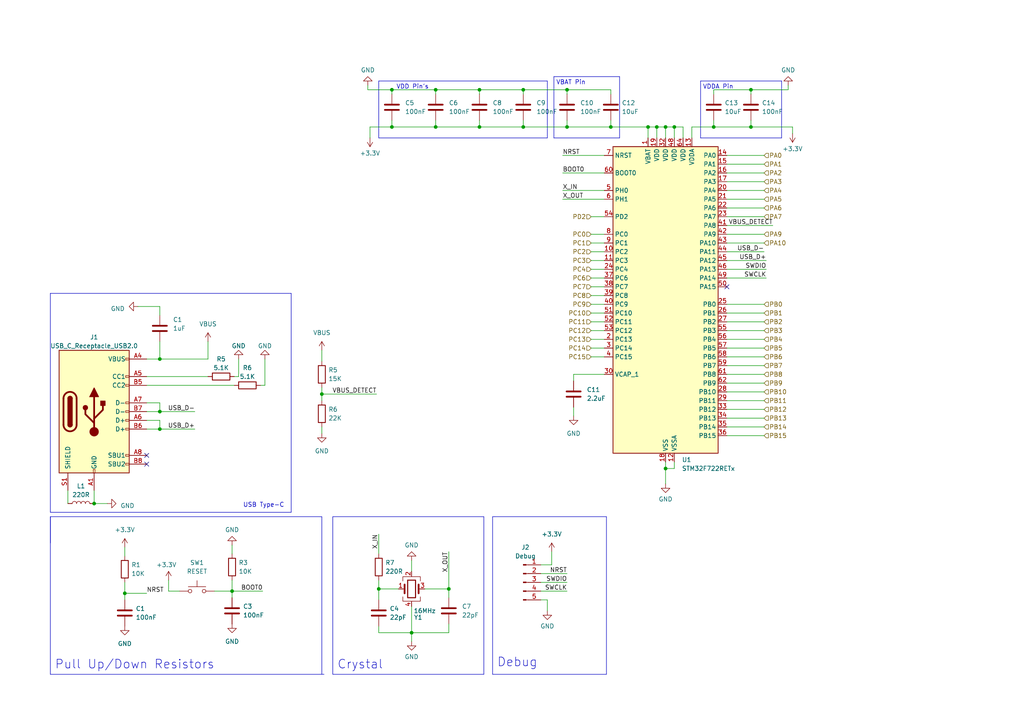
<source format=kicad_sch>
(kicad_sch (version 20231120) (generator "eeschema") (generator_version "8.0")
  (paper "A4")
  (lib_symbols
    (symbol "Connector:Conn_01x05_Pin" (pin_names (offset 1.016) hide)
      (property "Reference" "J" (at 0 7.62 0))
      (property "Value" "Conn_01x05_Pin" (at 0 -7.62 0))
      (symbol "Conn_01x05_Pin_1_1"
        (polyline (pts (xy 1.27 -5.08) (xy 0.8636 -5.08)) (stroke (width 0.1524)))
        (polyline (pts (xy 1.27 -2.54) (xy 0.8636 -2.54)) (stroke (width 0.1524)))
        (polyline (pts (xy 1.27 0) (xy 0.8636 0)) (stroke (width 0.1524)))
        (polyline (pts (xy 1.27 2.54) (xy 0.8636 2.54)) (stroke (width 0.1524)))
        (polyline (pts (xy 1.27 5.08) (xy 0.8636 5.08)) (stroke (width 0.1524)))
        (rectangle (start 0.8636 -4.953) (end 0 -5.207) (stroke (width 0.1524)) (fill (type outline)))
        (rectangle (start 0.8636 -2.413) (end 0 -2.667) (stroke (width 0.1524)) (fill (type outline)))
        (rectangle (start 0.8636 0.127) (end 0 -0.127) (stroke (width 0.1524)) (fill (type outline)))
        (rectangle (start 0.8636 2.667) (end 0 2.413) (stroke (width 0.1524)) (fill (type outline)))
        (rectangle (start 0.8636 5.207) (end 0 4.953) (stroke (width 0.1524)) (fill (type outline)))
        (pin passive line (at 5.08 5.08 180) (length 3.81) (name "Pin_1") (number "1"))
        (pin passive line (at 5.08 2.54 180) (length 3.81) (name "Pin_2") (number "2"))
        (pin passive line (at 5.08 0 180) (length 3.81) (name "Pin_3") (number "3"))
        (pin passive line (at 5.08 -2.54 180) (length 3.81) (name "Pin_4") (number "4"))
        (pin passive line (at 5.08 -5.08 180) (length 3.81) (name "Pin_5") (number "5"))
      )
    )
    (symbol "Connector:USB_C_Receptacle_USB2.0" (pin_names (offset 1.016))
      (property "Reference" "J" (at -10.16 19.05 0))
      (property "Value" "USB_C_Receptacle_USB2.0" (at 19.05 19.05 0))
      (symbol "USB_C_Receptacle_USB2.0_0_0"
        (rectangle (start -0.254 -17.78) (end 0.254 -16.764))
        (rectangle (start 10.16 -14.986) (end 9.144 -15.494))
        (rectangle (start 10.16 -12.446) (end 9.144 -12.954))
        (rectangle (start 10.16 -4.826) (end 9.144 -5.334))
        (rectangle (start 10.16 -2.286) (end 9.144 -2.794))
        (rectangle (start 10.16 0.254) (end 9.144 -0.254))
        (rectangle (start 10.16 2.794) (end 9.144 2.286))
        (rectangle (start 10.16 7.874) (end 9.144 7.366))
        (rectangle (start 10.16 10.414) (end 9.144 9.906))
        (rectangle (start 10.16 15.494) (end 9.144 14.986))
      )
      (symbol "USB_C_Receptacle_USB2.0_0_1"
        (rectangle (start -10.16 17.78) (end 10.16 -17.78) (stroke (width 0.254)) (fill (type background)))
        (arc (start -8.89 -3.81) (mid -6.985 -5.7067) (end -5.08 -3.81) (stroke (width 0.508)))
        (arc (start -7.62 -3.81) (mid -6.985 -4.4423) (end -6.35 -3.81) (stroke (width 0.254)))
        (arc (start -7.62 -3.81) (mid -6.985 -4.4423) (end -6.35 -3.81) (stroke (width 0.254)) (fill (type outline)))
        (rectangle (start -7.62 -3.81) (end -6.35 3.81) (stroke (width 0.254)) (fill (type outline)))
        (arc (start -6.35 3.81) (mid -6.985 4.4423) (end -7.62 3.81) (stroke (width 0.254)))
        (arc (start -6.35 3.81) (mid -6.985 4.4423) (end -7.62 3.81) (stroke (width 0.254)) (fill (type outline)))
        (arc (start -5.08 3.81) (mid -6.985 5.7067) (end -8.89 3.81) (stroke (width 0.508)))
        (circle (center -2.54 1.143) (radius 0.635) (stroke (width 0.254)) (fill (type outline)))
        (circle (center 0 -5.842) (radius 1.27) (fill (type outline)))
        (polyline (pts (xy -8.89 -3.81) (xy -8.89 3.81)) (stroke (width 0.508)))
        (polyline (pts (xy -5.08 3.81) (xy -5.08 -3.81)) (stroke (width 0.508)))
        (polyline (pts (xy 0 -5.842) (xy 0 4.318)) (stroke (width 0.508)))
        (polyline (pts (xy 0 -3.302) (xy -2.54 -0.762) (xy -2.54 0.508)) (stroke (width 0.508)))
        (polyline (pts (xy 0 -2.032) (xy 2.54 0.508) (xy 2.54 1.778)) (stroke (width 0.508)))
        (polyline (pts (xy -1.27 4.318) (xy 0 6.858) (xy 1.27 4.318) (xy -1.27 4.318)) (stroke (width 0.254)) (fill (type outline)))
        (rectangle (start 1.905 1.778) (end 3.175 3.048) (stroke (width 0.254)) (fill (type outline)))
      )
      (symbol "USB_C_Receptacle_USB2.0_1_1"
        (pin passive line (at 0 -22.86 90) (length 5.08) (name "GND") (number "A1"))
        (pin passive line (at 0 -22.86 90) (length 5.08) hide (name "GND") (number "A12"))
        (pin passive line (at 15.24 15.24 180) (length 5.08) (name "VBUS") (number "A4"))
        (pin bidirectional line (at 15.24 10.16 180) (length 5.08) (name "CC1") (number "A5"))
        (pin bidirectional line (at 15.24 -2.54 180) (length 5.08) (name "D+") (number "A6"))
        (pin bidirectional line (at 15.24 2.54 180) (length 5.08) (name "D-") (number "A7"))
        (pin bidirectional line (at 15.24 -12.7 180) (length 5.08) (name "SBU1") (number "A8"))
        (pin passive line (at 15.24 15.24 180) (length 5.08) hide (name "VBUS") (number "A9"))
        (pin passive line (at 0 -22.86 90) (length 5.08) hide (name "GND") (number "B1"))
        (pin passive line (at 0 -22.86 90) (length 5.08) hide (name "GND") (number "B12"))
        (pin passive line (at 15.24 15.24 180) (length 5.08) hide (name "VBUS") (number "B4"))
        (pin bidirectional line (at 15.24 7.62 180) (length 5.08) (name "CC2") (number "B5"))
        (pin bidirectional line (at 15.24 -5.08 180) (length 5.08) (name "D+") (number "B6"))
        (pin bidirectional line (at 15.24 0 180) (length 5.08) (name "D-") (number "B7"))
        (pin bidirectional line (at 15.24 -15.24 180) (length 5.08) (name "SBU2") (number "B8"))
        (pin passive line (at 15.24 15.24 180) (length 5.08) hide (name "VBUS") (number "B9"))
        (pin passive line (at -7.62 -22.86 90) (length 5.08) (name "SHIELD") (number "S1"))
      )
    )
    (symbol "Device:C" (pin_numbers hide) (pin_names (offset 0.254))
      (property "Reference" "C" (at 0.635 2.54 0))
      (property "Value" "C" (at 0.635 -2.54 0))
      (symbol "C_0_1"
        (polyline (pts (xy -2.032 -0.762) (xy 2.032 -0.762)) (stroke (width 0.508)))
        (polyline (pts (xy -2.032 0.762) (xy 2.032 0.762)) (stroke (width 0.508)))
      )
      (symbol "C_1_1"
        (pin passive line (at 0 3.81 270) (length 2.794) (name "~") (number "1"))
        (pin passive line (at 0 -3.81 90) (length 2.794) (name "~") (number "2"))
      )
    )
    (symbol "Device:Crystal_GND24" (pin_names (offset 1.016) hide)
      (property "Reference" "Y" (at 3.175 5.08 0))
      (property "Value" "Crystal_GND24" (at 3.175 3.175 0))
      (symbol "Crystal_GND24_0_1"
        (rectangle (start -1.143 2.54) (end 1.143 -2.54) (stroke (width 0.3048)))
        (polyline (pts (xy -2.54 0) (xy -2.032 0)))
        (polyline (pts (xy -2.032 -1.27) (xy -2.032 1.27)) (stroke (width 0.508)))
        (polyline (pts (xy 0 -3.81) (xy 0 -3.556)))
        (polyline (pts (xy 0 3.556) (xy 0 3.81)))
        (polyline (pts (xy 2.032 -1.27) (xy 2.032 1.27)) (stroke (width 0.508)))
        (polyline (pts (xy 2.032 0) (xy 2.54 0)))
        (polyline (pts (xy -2.54 -2.286) (xy -2.54 -3.556) (xy 2.54 -3.556) (xy 2.54 -2.286)))
        (polyline (pts (xy -2.54 2.286) (xy -2.54 3.556) (xy 2.54 3.556) (xy 2.54 2.286)))
      )
      (symbol "Crystal_GND24_1_1"
        (pin passive line (at -3.81 0 0) (length 1.27) (name "1") (number "1"))
        (pin passive line (at 0 5.08 270) (length 1.27) (name "2") (number "2"))
        (pin passive line (at 3.81 0 180) (length 1.27) (name "3") (number "3"))
        (pin passive line (at 0 -5.08 90) (length 1.27) (name "4") (number "4"))
      )
    )
    (symbol "Device:L" (pin_numbers hide) (pin_names (offset 1.016) hide)
      (property "Reference" "L" (at -1.27 0 90))
      (property "Value" "L" (at 1.905 0 90))
      (symbol "L_0_1"
        (arc (start 0 -2.54) (mid 0.6323 -1.905) (end 0 -1.27))
        (arc (start 0 -1.27) (mid 0.6323 -0.635) (end 0 0))
        (arc (start 0 0) (mid 0.6323 0.635) (end 0 1.27))
        (arc (start 0 1.27) (mid 0.6323 1.905) (end 0 2.54))
      )
      (symbol "L_1_1"
        (pin passive line (at 0 3.81 270) (length 1.27) (name "1") (number "1"))
        (pin passive line (at 0 -3.81 90) (length 1.27) (name "2") (number "2"))
      )
    )
    (symbol "Device:R" (pin_numbers hide) (pin_names (offset 0))
      (property "Reference" "R" (at 2.032 0 90))
      (property "Value" "R" (at 0 0 90))
      (symbol "R_0_1"
        (rectangle (start -1.016 -2.54) (end 1.016 2.54) (stroke (width 0.254)))
      )
      (symbol "R_1_1"
        (pin passive line (at 0 3.81 270) (length 1.27) (name "~") (number "1"))
        (pin passive line (at 0 -3.81 90) (length 1.27) (name "~") (number "2"))
      )
    )
    (symbol "MCU_ST_STM32F7:STM32F722RETx"
      (property "Reference" "U" (at -15.24 46.99 0))
      (property "Value" "STM32F722RETx" (at 10.16 46.99 0))
      (symbol "STM32F722RETx_0_1"
        (rectangle (start -15.24 -43.18) (end 15.24 45.72) (stroke (width 0.254)) (fill (type background)))
      )
      (symbol "STM32F722RETx_1_1"
        (pin power_in line (at -5.08 48.26 270) (length 2.54) (name "VBAT") (number "1"))
        (pin bidirectional line (at -17.78 15.24 0) (length 2.54) (name "PC2") (number "10"))
        (pin bidirectional line (at -17.78 12.7 0) (length 2.54) (name "PC3") (number "11"))
        (pin power_in line (at 2.54 -45.72 90) (length 2.54) (name "VSSA") (number "12"))
        (pin power_in line (at 7.62 48.26 270) (length 2.54) (name "VDDA") (number "13"))
        (pin bidirectional line (at 17.78 43.18 180) (length 2.54) (name "PA0") (number "14"))
        (pin bidirectional line (at 17.78 40.64 180) (length 2.54) (name "PA1") (number "15"))
        (pin bidirectional line (at 17.78 38.1 180) (length 2.54) (name "PA2") (number "16"))
        (pin bidirectional line (at 17.78 35.56 180) (length 2.54) (name "PA3") (number "17"))
        (pin power_in line (at 0 -45.72 90) (length 2.54) (name "VSS") (number "18"))
        (pin power_in line (at -2.54 48.26 270) (length 2.54) (name "VDD") (number "19"))
        (pin bidirectional line (at -17.78 -10.16 0) (length 2.54) (name "PC13") (number "2"))
        (pin bidirectional line (at 17.78 33.02 180) (length 2.54) (name "PA4") (number "20"))
        (pin bidirectional line (at 17.78 30.48 180) (length 2.54) (name "PA5") (number "21"))
        (pin bidirectional line (at 17.78 27.94 180) (length 2.54) (name "PA6") (number "22"))
        (pin bidirectional line (at 17.78 25.4 180) (length 2.54) (name "PA7") (number "23"))
        (pin bidirectional line (at -17.78 10.16 0) (length 2.54) (name "PC4") (number "24"))
        (pin bidirectional line (at 17.78 0 180) (length 2.54) (name "PB0") (number "25"))
        (pin bidirectional line (at 17.78 -2.54 180) (length 2.54) (name "PB1") (number "26"))
        (pin bidirectional line (at 17.78 -5.08 180) (length 2.54) (name "PB2") (number "27"))
        (pin bidirectional line (at 17.78 -25.4 180) (length 2.54) (name "PB10") (number "28"))
        (pin bidirectional line (at 17.78 -27.94 180) (length 2.54) (name "PB11") (number "29"))
        (pin bidirectional line (at -17.78 -12.7 0) (length 2.54) (name "PC14") (number "3"))
        (pin power_out line (at -17.78 -20.32 0) (length 2.54) (name "VCAP_1") (number "30"))
        (pin passive line (at 0 -45.72 90) (length 2.54) hide (name "VSS") (number "31"))
        (pin power_in line (at 0 48.26 270) (length 2.54) (name "VDD") (number "32"))
        (pin bidirectional line (at 17.78 -30.48 180) (length 2.54) (name "PB12") (number "33"))
        (pin bidirectional line (at 17.78 -33.02 180) (length 2.54) (name "PB13") (number "34"))
        (pin bidirectional line (at 17.78 -35.56 180) (length 2.54) (name "PB14") (number "35"))
        (pin bidirectional line (at 17.78 -38.1 180) (length 2.54) (name "PB15") (number "36"))
        (pin bidirectional line (at -17.78 7.62 0) (length 2.54) (name "PC6") (number "37"))
        (pin bidirectional line (at -17.78 5.08 0) (length 2.54) (name "PC7") (number "38"))
        (pin bidirectional line (at -17.78 2.54 0) (length 2.54) (name "PC8") (number "39"))
        (pin bidirectional line (at -17.78 -15.24 0) (length 2.54) (name "PC15") (number "4"))
        (pin bidirectional line (at -17.78 0 0) (length 2.54) (name "PC9") (number "40"))
        (pin bidirectional line (at 17.78 22.86 180) (length 2.54) (name "PA8") (number "41"))
        (pin bidirectional line (at 17.78 20.32 180) (length 2.54) (name "PA9") (number "42"))
        (pin bidirectional line (at 17.78 17.78 180) (length 2.54) (name "PA10") (number "43"))
        (pin bidirectional line (at 17.78 15.24 180) (length 2.54) (name "PA11") (number "44"))
        (pin bidirectional line (at 17.78 12.7 180) (length 2.54) (name "PA12") (number "45"))
        (pin bidirectional line (at 17.78 10.16 180) (length 2.54) (name "PA13") (number "46"))
        (pin passive line (at 0 -45.72 90) (length 2.54) hide (name "VSS") (number "47"))
        (pin power_in line (at 2.54 48.26 270) (length 2.54) (name "VDD") (number "48"))
        (pin bidirectional line (at 17.78 7.62 180) (length 2.54) (name "PA14") (number "49"))
        (pin bidirectional line (at -17.78 33.02 0) (length 2.54) (name "PH0") (number "5"))
        (pin bidirectional line (at 17.78 5.08 180) (length 2.54) (name "PA15") (number "50"))
        (pin bidirectional line (at -17.78 -2.54 0) (length 2.54) (name "PC10") (number "51"))
        (pin bidirectional line (at -17.78 -5.08 0) (length 2.54) (name "PC11") (number "52"))
        (pin bidirectional line (at -17.78 -7.62 0) (length 2.54) (name "PC12") (number "53"))
        (pin bidirectional line (at -17.78 25.4 0) (length 2.54) (name "PD2") (number "54"))
        (pin bidirectional line (at 17.78 -7.62 180) (length 2.54) (name "PB3") (number "55"))
        (pin bidirectional line (at 17.78 -10.16 180) (length 2.54) (name "PB4") (number "56"))
        (pin bidirectional line (at 17.78 -12.7 180) (length 2.54) (name "PB5") (number "57"))
        (pin bidirectional line (at 17.78 -15.24 180) (length 2.54) (name "PB6") (number "58"))
        (pin bidirectional line (at 17.78 -17.78 180) (length 2.54) (name "PB7") (number "59"))
        (pin bidirectional line (at -17.78 30.48 0) (length 2.54) (name "PH1") (number "6"))
        (pin input line (at -17.78 38.1 0) (length 2.54) (name "BOOT0") (number "60"))
        (pin bidirectional line (at 17.78 -20.32 180) (length 2.54) (name "PB8") (number "61"))
        (pin bidirectional line (at 17.78 -22.86 180) (length 2.54) (name "PB9") (number "62"))
        (pin passive line (at 0 -45.72 90) (length 2.54) hide (name "VSS") (number "63"))
        (pin power_in line (at 5.08 48.26 270) (length 2.54) (name "VDD") (number "64"))
        (pin input line (at -17.78 43.18 0) (length 2.54) (name "NRST") (number "7"))
        (pin bidirectional line (at -17.78 20.32 0) (length 2.54) (name "PC0") (number "8"))
        (pin bidirectional line (at -17.78 17.78 0) (length 2.54) (name "PC1") (number "9"))
      )
    )
    (symbol "Switch:SW_Push" (pin_numbers hide) (pin_names (offset 1.016) hide)
      (property "Reference" "SW" (at 1.27 2.54 0))
      (property "Value" "SW_Push" (at 0 -1.524 0))
      (symbol "SW_Push_0_1"
        (circle (center -2.032 0) (radius 0.508))
        (polyline (pts (xy 0 1.27) (xy 0 3.048)))
        (polyline (pts (xy 2.54 1.27) (xy -2.54 1.27)))
        (circle (center 2.032 0) (radius 0.508))
        (pin passive line (at -5.08 0 0) (length 2.54) (name "1") (number "1"))
        (pin passive line (at 5.08 0 180) (length 2.54) (name "2") (number "2"))
      )
    )
    (symbol "power:+3.3V" (power) (pin_names (offset 0))
      (property "Value" "+3.3V" (at 0 3.556 0))
      (symbol "+3.3V_0_1"
        (polyline (pts (xy -0.762 1.27) (xy 0 2.54)))
        (polyline (pts (xy 0 0) (xy 0 2.54)))
        (polyline (pts (xy 0 2.54) (xy 0.762 1.27)))
      )
      (symbol "+3.3V_1_1"
        (pin power_in line (at 0 0 90) (length 0) hide (name "+3.3V") (number "1"))
      )
    )
    (symbol "power:GND" (power) (pin_names (offset 0))
      (property "Value" "GND" (at 0 -3.81 0))
      (symbol "GND_0_1"
        (polyline (pts (xy 0 0) (xy 0 -1.27) (xy 1.27 -1.27) (xy 0 -2.54) (xy -1.27 -1.27) (xy 0 -1.27)))
      )
      (symbol "GND_1_1"
        (pin power_in line (at 0 0 270) (length 0) hide (name "GND") (number "1"))
      )
    )
    (symbol "power:VBUS" (power) (pin_names (offset 0))
      (property "Value" "VBUS" (at 0 3.81 0))
      (symbol "VBUS_0_1"
        (polyline (pts (xy -0.762 1.27) (xy 0 2.54)))
        (polyline (pts (xy 0 0) (xy 0 2.54)))
        (polyline (pts (xy 0 2.54) (xy 0.762 1.27)))
      )
      (symbol "VBUS_1_1"
        (pin power_in line (at 0 0 90) (length 0) hide (name "VBUS") (number "1"))
      )
    )
  )
  (junction (at 207.01 36.83))
  (junction (at 151.765 26.035))
  (junction (at 126.365 26.035))
  (junction (at 177.165 36.83))
  (junction (at 119.38 183.515))
  (junction (at 113.665 36.83))
  (junction (at 46.355 119.38))
  (junction (at 190.5 36.83))
  (junction (at 36.195 172.085))
  (junction (at 139.065 36.83))
  (junction (at 27.305 146.05))
  (junction (at 46.355 124.46))
  (junction (at 151.765 36.83))
  (junction (at 109.855 170.815))
  (junction (at 217.805 36.83))
  (junction (at 187.96 36.83))
  (junction (at 130.175 170.815))
  (junction (at 93.345 114.3))
  (junction (at 46.355 104.14))
  (junction (at 195.58 36.83))
  (junction (at 217.805 26.035))
  (junction (at 193.04 135.89))
  (junction (at 193.04 36.83))
  (junction (at 164.465 26.035))
  (junction (at 67.31 171.45))
  (junction (at 113.665 26.035))
  (junction (at 126.365 36.83))
  (junction (at 164.465 36.83))
  (junction (at 139.065 26.035))
  (no_connect (at 42.545 132.08))
  (no_connect (at 42.545 134.62))
  (no_connect (at 210.82 83.185))
  (wire (pts (xy 166.37 118.11) (xy 166.37 120.65)))
  (wire (pts (xy 171.45 100.965) (xy 175.26 100.965)))
  (wire (pts (xy 171.45 62.865) (xy 175.26 62.865)))
  (polyline (pts (xy 203.2 40.005) (xy 226.695 40.005)))
  (wire (pts (xy 171.45 83.185) (xy 175.26 83.185)))
  (wire (pts (xy 156.845 173.99) (xy 158.75 173.99)))
  (wire (pts (xy 109.855 168.275) (xy 109.855 170.815)))
  (wire (pts (xy 221.615 100.965) (xy 210.82 100.965)))
  (wire (pts (xy 198.12 36.83) (xy 195.58 36.83)))
  (wire (pts (xy 195.58 36.83) (xy 193.04 36.83)))
  (wire (pts (xy 46.355 99.06) (xy 46.355 104.14)))
  (wire (pts (xy 177.165 36.83) (xy 187.96 36.83)))
  (wire (pts (xy 217.805 26.035) (xy 228.6 26.035)))
  (wire (pts (xy 193.04 36.83) (xy 193.04 40.005)))
  (polyline (pts (xy 158.75 40.005) (xy 158.75 23.495)))
  (wire (pts (xy 36.195 172.085) (xy 36.195 173.99)))
  (wire (pts (xy 207.01 27.305) (xy 207.01 26.035)))
  (wire (pts (xy 113.665 36.83) (xy 113.665 34.925)))
  (wire (pts (xy 222.25 80.645) (xy 210.82 80.645)))
  (wire (pts (xy 160.02 160.02) (xy 160.02 163.83)))
  (wire (pts (xy 126.365 36.83) (xy 139.065 36.83)))
  (wire (pts (xy 221.615 93.345) (xy 210.82 93.345)))
  (wire (pts (xy 221.615 55.245) (xy 210.82 55.245)))
  (polyline (pts (xy 14.605 195.58) (xy 93.98 195.58)))
  (wire (pts (xy 67.31 171.45) (xy 67.31 173.355)))
  (polyline (pts (xy 179.705 40.005) (xy 179.705 22.225)))
  (wire (pts (xy 224.155 65.405) (xy 210.82 65.405)))
  (wire (pts (xy 42.545 121.92) (xy 46.355 121.92)))
  (wire (pts (xy 221.615 106.045) (xy 210.82 106.045)))
  (wire (pts (xy 164.465 26.035) (xy 177.165 26.035)))
  (wire (pts (xy 221.615 95.885) (xy 210.82 95.885)))
  (wire (pts (xy 107.315 36.83) (xy 107.315 40.005)))
  (wire (pts (xy 76.835 104.14) (xy 76.835 111.76)))
  (wire (pts (xy 221.615 45.085) (xy 210.82 45.085)))
  (wire (pts (xy 193.04 133.985) (xy 193.04 135.89)))
  (wire (pts (xy 187.96 40.005) (xy 187.96 36.83)))
  (wire (pts (xy 93.345 114.3) (xy 93.345 116.205)))
  (polyline (pts (xy 160.655 40.005) (xy 179.705 40.005)))
  (wire (pts (xy 221.615 116.205) (xy 210.82 116.205)))
  (wire (pts (xy 151.765 36.83) (xy 164.465 36.83)))
  (wire (pts (xy 222.25 75.565) (xy 210.82 75.565)))
  (wire (pts (xy 217.805 26.035) (xy 217.805 27.305)))
  (wire (pts (xy 109.855 154.94) (xy 109.855 160.655)))
  (wire (pts (xy 221.615 98.425) (xy 210.82 98.425)))
  (wire (pts (xy 109.855 173.99) (xy 109.855 170.815)))
  (wire (pts (xy 198.12 40.005) (xy 198.12 36.83)))
  (wire (pts (xy 106.68 26.035) (xy 113.665 26.035)))
  (wire (pts (xy 130.175 180.975) (xy 130.175 183.515)))
  (wire (pts (xy 221.615 57.785) (xy 210.82 57.785)))
  (wire (pts (xy 69.215 104.14) (xy 69.215 109.22)))
  (wire (pts (xy 46.355 116.84) (xy 46.355 119.38)))
  (wire (pts (xy 27.305 142.24) (xy 27.305 146.05)))
  (wire (pts (xy 190.5 36.83) (xy 190.5 40.005)))
  (wire (pts (xy 164.465 166.37) (xy 156.845 166.37)))
  (polyline (pts (xy 14.605 149.86) (xy 14.605 195.58)))
  (wire (pts (xy 130.175 183.515) (xy 119.38 183.515)))
  (polyline (pts (xy 140.335 195.58) (xy 140.335 149.86)))
  (wire (pts (xy 119.38 175.895) (xy 119.38 183.515)))
  (wire (pts (xy 164.465 36.83) (xy 177.165 36.83)))
  (polyline (pts (xy 142.875 149.86) (xy 143.51 149.86)))
  (polyline (pts (xy 203.2 23.495) (xy 203.2 40.005)))
  (wire (pts (xy 163.195 45.085) (xy 175.26 45.085)))
  (wire (pts (xy 36.195 158.75) (xy 36.195 161.29)))
  (wire (pts (xy 164.465 26.035) (xy 164.465 27.305)))
  (wire (pts (xy 46.355 119.38) (xy 56.515 119.38)))
  (wire (pts (xy 221.615 126.365) (xy 210.82 126.365)))
  (wire (pts (xy 109.855 181.61) (xy 109.855 183.515)))
  (wire (pts (xy 67.31 171.45) (xy 76.2 171.45)))
  (wire (pts (xy 27.305 146.05) (xy 31.115 146.05)))
  (wire (pts (xy 93.345 112.395) (xy 93.345 114.3)))
  (wire (pts (xy 221.615 90.805) (xy 210.82 90.805)))
  (polyline (pts (xy 226.695 40.005) (xy 226.695 23.495)))
  (wire (pts (xy 171.45 88.265) (xy 175.26 88.265)))
  (wire (pts (xy 221.615 67.945) (xy 210.82 67.945)))
  (polyline (pts (xy 175.895 195.58) (xy 175.895 149.86)))
  (polyline (pts (xy 109.855 40.005) (xy 158.75 40.005)))
  (polyline (pts (xy 14.605 85.09) (xy 14.605 148.59)))
  (polyline (pts (xy 84.455 148.59) (xy 84.455 85.09)))
  (wire (pts (xy 93.345 114.3) (xy 109.22 114.3)))
  (wire (pts (xy 107.315 36.83) (xy 113.665 36.83)))
  (wire (pts (xy 106.68 24.765) (xy 106.68 26.035)))
  (polyline (pts (xy 142.875 195.58) (xy 175.895 195.58)))
  (wire (pts (xy 46.355 104.14) (xy 60.325 104.14)))
  (wire (pts (xy 200.66 40.005) (xy 200.66 36.83)))
  (polyline (pts (xy 14.605 149.86) (xy 14.605 157.48)))
  (wire (pts (xy 109.855 183.515) (xy 119.38 183.515)))
  (wire (pts (xy 200.66 36.83) (xy 207.01 36.83)))
  (wire (pts (xy 126.365 26.035) (xy 126.365 27.305)))
  (wire (pts (xy 217.805 36.83) (xy 229.87 36.83)))
  (wire (pts (xy 229.87 36.83) (xy 229.87 38.735)))
  (polyline (pts (xy 96.52 195.58) (xy 140.335 195.58)))
  (wire (pts (xy 36.195 168.91) (xy 36.195 172.085)))
  (wire (pts (xy 166.37 110.49) (xy 166.37 108.585)))
  (wire (pts (xy 109.855 170.815) (xy 115.57 170.815)))
  (wire (pts (xy 130.175 170.815) (xy 130.175 173.355)))
  (wire (pts (xy 42.545 116.84) (xy 46.355 116.84)))
  (wire (pts (xy 67.31 168.275) (xy 67.31 171.45)))
  (wire (pts (xy 67.945 109.22) (xy 69.215 109.22)))
  (wire (pts (xy 171.45 98.425) (xy 175.26 98.425)))
  (wire (pts (xy 190.5 36.83) (xy 187.96 36.83)))
  (wire (pts (xy 139.065 34.925) (xy 139.065 36.83)))
  (wire (pts (xy 163.195 55.245) (xy 175.26 55.245)))
  (wire (pts (xy 221.615 60.325) (xy 210.82 60.325)))
  (wire (pts (xy 113.665 26.035) (xy 126.365 26.035)))
  (wire (pts (xy 164.465 34.925) (xy 164.465 36.83)))
  (wire (pts (xy 166.37 108.585) (xy 175.26 108.585)))
  (wire (pts (xy 221.615 111.125) (xy 210.82 111.125)))
  (wire (pts (xy 119.38 162.56) (xy 119.38 165.735)))
  (wire (pts (xy 93.345 123.825) (xy 93.345 125.73)))
  (polyline (pts (xy 160.655 22.225) (xy 160.655 40.005)))
  (wire (pts (xy 48.895 168.275) (xy 48.895 171.45)))
  (wire (pts (xy 217.805 36.83) (xy 217.805 34.925)))
  (wire (pts (xy 171.45 75.565) (xy 175.26 75.565)))
  (wire (pts (xy 164.465 171.45) (xy 156.845 171.45)))
  (wire (pts (xy 207.01 36.83) (xy 217.805 36.83)))
  (polyline (pts (xy 14.605 85.09) (xy 84.455 85.09)))
  (wire (pts (xy 221.615 62.865) (xy 210.82 62.865)))
  (wire (pts (xy 221.615 103.505) (xy 210.82 103.505)))
  (wire (pts (xy 36.195 172.085) (xy 42.545 172.085)))
  (polyline (pts (xy 14.605 148.59) (xy 84.455 148.59)))
  (wire (pts (xy 151.765 26.035) (xy 164.465 26.035)))
  (wire (pts (xy 163.195 57.785) (xy 175.26 57.785)))
  (wire (pts (xy 76.835 111.76) (xy 75.565 111.76)))
  (wire (pts (xy 130.175 160.02) (xy 130.175 170.815)))
  (wire (pts (xy 160.02 163.83) (xy 156.845 163.83)))
  (polyline (pts (xy 109.855 23.495) (xy 109.855 40.005)))
  (wire (pts (xy 195.58 133.985) (xy 195.58 135.89)))
  (wire (pts (xy 119.38 183.515) (xy 119.38 186.055)))
  (wire (pts (xy 171.45 93.345) (xy 175.26 93.345)))
  (wire (pts (xy 221.615 47.625) (xy 210.82 47.625)))
  (wire (pts (xy 177.165 34.925) (xy 177.165 36.83)))
  (wire (pts (xy 46.355 121.92) (xy 46.355 124.46)))
  (wire (pts (xy 126.365 26.035) (xy 139.065 26.035)))
  (wire (pts (xy 46.355 124.46) (xy 56.515 124.46)))
  (wire (pts (xy 193.04 135.89) (xy 193.04 140.335)))
  (wire (pts (xy 42.545 111.76) (xy 67.945 111.76)))
  (wire (pts (xy 42.545 124.46) (xy 46.355 124.46)))
  (polyline (pts (xy 93.345 149.86) (xy 14.605 149.86)))
  (wire (pts (xy 60.325 104.14) (xy 60.325 99.06)))
  (wire (pts (xy 193.04 36.83) (xy 190.5 36.83)))
  (wire (pts (xy 93.345 101.6) (xy 93.345 104.775)))
  (wire (pts (xy 151.765 34.925) (xy 151.765 36.83)))
  (wire (pts (xy 62.23 171.45) (xy 67.31 171.45)))
  (polyline (pts (xy 109.855 23.495) (xy 158.75 23.495)))
  (polyline (pts (xy 143.51 149.86) (xy 175.895 149.86)))
  (wire (pts (xy 171.45 90.805) (xy 175.26 90.805)))
  (wire (pts (xy 123.19 170.815) (xy 130.175 170.815)))
  (wire (pts (xy 171.45 67.945) (xy 175.26 67.945)))
  (wire (pts (xy 171.45 85.725) (xy 175.26 85.725)))
  (wire (pts (xy 42.545 119.38) (xy 46.355 119.38)))
  (wire (pts (xy 228.6 26.035) (xy 228.6 24.765)))
  (wire (pts (xy 221.615 118.745) (xy 210.82 118.745)))
  (wire (pts (xy 19.685 142.24) (xy 19.685 146.05)))
  (wire (pts (xy 221.615 123.825) (xy 210.82 123.825)))
  (polyline (pts (xy 96.52 149.86) (xy 140.335 149.86)))
  (wire (pts (xy 126.365 34.925) (xy 126.365 36.83)))
  (wire (pts (xy 67.31 158.115) (xy 67.31 160.655)))
  (wire (pts (xy 207.01 34.925) (xy 207.01 36.83)))
  (wire (pts (xy 195.58 36.83) (xy 195.58 40.005)))
  (wire (pts (xy 46.355 88.9) (xy 40.005 88.9)))
  (wire (pts (xy 42.545 104.14) (xy 46.355 104.14)))
  (polyline (pts (xy 96.52 149.86) (xy 96.52 195.58)))
  (wire (pts (xy 139.065 36.83) (xy 151.765 36.83)))
  (wire (pts (xy 171.45 80.645) (xy 175.26 80.645)))
  (wire (pts (xy 221.615 70.485) (xy 210.82 70.485)))
  (wire (pts (xy 42.545 109.22) (xy 60.325 109.22)))
  (wire (pts (xy 207.01 26.035) (xy 217.805 26.035)))
  (wire (pts (xy 113.665 36.83) (xy 126.365 36.83)))
  (wire (pts (xy 171.45 70.485) (xy 175.26 70.485)))
  (wire (pts (xy 139.065 26.035) (xy 151.765 26.035)))
  (wire (pts (xy 171.45 78.105) (xy 175.26 78.105)))
  (wire (pts (xy 177.165 26.035) (xy 177.165 27.305)))
  (wire (pts (xy 221.615 50.165) (xy 210.82 50.165)))
  (wire (pts (xy 158.75 173.99) (xy 158.75 177.165)))
  (wire (pts (xy 221.615 73.025) (xy 210.82 73.025)))
  (polyline (pts (xy 142.875 149.86) (xy 142.875 195.58)))
  (wire (pts (xy 171.45 103.505) (xy 175.26 103.505)))
  (wire (pts (xy 151.765 26.035) (xy 151.765 27.305)))
  (polyline (pts (xy 203.2 23.495) (xy 226.695 23.495)))
  (wire (pts (xy 221.615 113.665) (xy 210.82 113.665)))
  (wire (pts (xy 164.465 168.91) (xy 156.845 168.91)))
  (wire (pts (xy 221.615 88.265) (xy 210.82 88.265)))
  (polyline (pts (xy 160.655 22.225) (xy 179.705 22.225)))
  (wire (pts (xy 222.25 78.105) (xy 210.82 78.105)))
  (wire (pts (xy 221.615 52.705) (xy 210.82 52.705)))
  (wire (pts (xy 171.45 73.025) (xy 175.26 73.025)))
  (wire (pts (xy 221.615 121.285) (xy 210.82 121.285)))
  (wire (pts (xy 193.04 135.89) (xy 195.58 135.89)))
  (wire (pts (xy 113.665 26.035) (xy 113.665 27.305)))
  (wire (pts (xy 163.195 50.165) (xy 175.26 50.165)))
  (wire (pts (xy 171.45 95.885) (xy 175.26 95.885)))
  (polyline (pts (xy 93.345 195.58) (xy 93.345 149.86)))
  (wire (pts (xy 221.615 108.585) (xy 210.82 108.585)))
  (wire (pts (xy 46.355 91.44) (xy 46.355 88.9)))
  (wire (pts (xy 48.895 171.45) (xy 52.07 171.45)))
  (wire (pts (xy 139.065 26.035) (xy 139.065 27.305)))
  (text "Pull Up/Down Resistors" (at 15.875 194.31 0) (effects (font (size 2.54 2.54)) (justify left bottom)))
  (text "VDD Pin's" (at 114.935 26.035 0) (effects (font (size 1.27 1.27)) (justify left bottom)))
  (text "VDDA Pin" (at 203.835 26.035 0) (effects (font (size 1.27 1.27)) (justify left bottom)))
  (text "USB Type-C" (at 70.485 147.32 0) (effects (font (size 1.27 1.27)) (justify left bottom)))
  (text "Debug" (at 144.145 193.675 0) (effects (font (size 2.54 2.54)) (justify left bottom)))
  (text "Crystal" (at 97.79 194.31 0) (effects (font (size 2.54 2.54)) (justify left bottom)))
  (text "VBAT Pin\n" (at 161.29 24.765 0) (effects (font (size 1.27 1.27)) (justify left bottom)))
  (label "NRST" (at 42.545 172.085 0))
  (label "SWDIO" (at 164.465 168.91 180))
  (label "SWCLK" (at 164.465 171.45 180))
  (label "USB_D-" (at 56.515 119.38 180))
  (label "X_OUT" (at 130.175 160.02 270))
  (label "X_IN" (at 163.195 55.245 0))
  (label "VBUS_DETECT" (at 109.22 114.3 180))
  (label "VBUS_DETECT" (at 224.155 65.405 180))
  (label "BOOT0" (at 163.195 50.165 0))
  (label "NRST" (at 164.465 166.37 180))
  (label "X_IN" (at 109.855 154.94 270))
  (label "USB_D-" (at 221.615 73.025 180))
  (label "SWDIO" (at 222.25 78.105 180))
  (label "X_OUT" (at 163.195 57.785 0))
  (label "USB_D+" (at 222.25 75.565 180))
  (label "USB_D+" (at 56.515 124.46 180))
  (label "SWCLK" (at 222.25 80.645 180))
  (label "BOOT0" (at 76.2 171.45 180))
  (label "NRST" (at 163.195 45.085 0))
  (hierarchical_label "PB12" (shape input) (at 221.615 118.745 0))
  (hierarchical_label "PB3" (shape input) (at 221.615 95.885 0))
  (hierarchical_label "PC10" (shape input) (at 171.45 90.805 180))
  (hierarchical_label "PC9" (shape input) (at 171.45 88.265 180))
  (hierarchical_label "PA7" (shape input) (at 221.615 62.865 0))
  (hierarchical_label "PB8" (shape input) (at 221.615 108.585 0))
  (hierarchical_label "PC0" (shape input) (at 171.45 67.945 180))
  (hierarchical_label "PB4" (shape input) (at 221.615 98.425 0))
  (hierarchical_label "PB9" (shape input) (at 221.615 111.125 0))
  (hierarchical_label "PC2" (shape input) (at 171.45 73.025 180))
  (hierarchical_label "PB2" (shape input) (at 221.615 93.345 0))
  (hierarchical_label "PA5" (shape input) (at 221.615 57.785 0))
  (hierarchical_label "PC12" (shape input) (at 171.45 95.885 180))
  (hierarchical_label "PB11" (shape input) (at 221.615 116.205 0))
  (hierarchical_label "PB15" (shape input) (at 221.615 126.365 0))
  (hierarchical_label "PB14" (shape input) (at 221.615 123.825 0))
  (hierarchical_label "PC11" (shape input) (at 171.45 93.345 180))
  (hierarchical_label "PA3" (shape input) (at 221.615 52.705 0))
  (hierarchical_label "PB13" (shape input) (at 221.615 121.285 0))
  (hierarchical_label "PC1" (shape input) (at 171.45 70.485 180))
  (hierarchical_label "PA4" (shape input) (at 221.615 55.245 0))
  (hierarchical_label "PB0" (shape input) (at 221.615 88.265 0))
  (hierarchical_label "PA0" (shape input) (at 221.615 45.085 0))
  (hierarchical_label "PB7" (shape input) (at 221.615 106.045 0))
  (hierarchical_label "PB1" (shape input) (at 221.615 90.805 0))
  (hierarchical_label "PA10" (shape input) (at 221.615 70.485 0))
  (hierarchical_label "PC7" (shape input) (at 171.45 83.185 180))
  (hierarchical_label "PA9" (shape input) (at 221.615 67.945 0))
  (hierarchical_label "PA2" (shape input) (at 221.615 50.165 0))
  (hierarchical_label "PC15" (shape input) (at 171.45 103.505 180))
  (hierarchical_label "PC4" (shape input) (at 171.45 78.105 180))
  (hierarchical_label "PC6" (shape input) (at 171.45 80.645 180))
  (hierarchical_label "PC8" (shape input) (at 171.45 85.725 180))
  (hierarchical_label "PA6" (shape input) (at 221.615 60.325 0))
  (hierarchical_label "PC14" (shape input) (at 171.45 100.965 180))
  (hierarchical_label "PC13" (shape input) (at 171.45 98.425 180))
  (hierarchical_label "PA1" (shape input) (at 221.615 47.625 0))
  (hierarchical_label "PD2" (shape input) (at 171.45 62.865 180))
  (hierarchical_label "PC3" (shape input) (at 171.45 75.565 180))
  (hierarchical_label "PB5" (shape input) (at 221.615 100.965 0))
  (hierarchical_label "PB10" (shape input) (at 221.615 113.665 0))
  (hierarchical_label "PB6" (shape input) (at 221.615 103.505 0))
  (symbol (lib_id "power:GND") (at 158.75 177.165 0) (unit 1)
    (property "Reference" "#PWR017" (effects (hide yes)))
    (property "Value" "GND" (at 158.75 181.61 0))
  )
  (symbol (lib_id "Device:C") (at 164.465 31.115 0) (unit 1)
    (property "Reference" "C10" (at 168.275 29.845 0) (effects (justify left)))
    (property "Value" "100nF" (at 168.275 32.385 0) (effects (justify left)))
    (property "Footprint" "Capacitor_SMD:C_0402_1005Metric" (effects (hide yes)))
  )
  (symbol (lib_id "Device:C") (at 46.355 95.25 0) (unit 1)
    (property "Reference" "C1" (at 50.165 92.71 0) (effects (justify left)))
    (property "Value" "1uF" (at 50.165 95.25 0) (effects (justify left)))
    (property "Footprint" "Capacitor_SMD:C_0402_1005Metric" (effects (hide yes)))
    (instances (project "cp2102_schematic" (path "" (reference "C1") (unit 1))) (project "cp2102" (path "" (reference "C1") (unit 1))) (project "DeskSandGlass" (path "" (reference "C1") (unit 1))) (project "DeskSmartFan" (path "" (reference "C1") (unit 1))) (project "MicroFlightController-v2" (path "" (reference "C2") (unit 1))) (project "MicroFlightController" (path "" (reference "C39") (unit 1))) (project "EzanPlayerBoard" (path "" (reference "C4") (unit 1)) (path "" (reference "C4") (unit 1))) (project "MiniDroneController" (path "" (reference "C12") (unit 1))))
  )
  (symbol (lib_id "power:+3.3V") (at 36.195 158.75 0) (unit 1)
    (property "Reference" "#PWR02" (effects (hide yes)))
    (property "Value" "+3.3V" (at 36.195 153.67 0))
    (instances (project "MicroFlightController-v2" (path "" (reference "#PWR02") (unit 1))) (project "MicroFlightController" (path "" (reference "#PWR043") (unit 1))) (project "stm32f103c8t6" (path "" (reference "#PWR043") (unit 1))) (project "MiniDroneController" (path "" (reference "#PWR03") (unit 1))))
  )
  (symbol (lib_id "Device:C") (at 36.195 177.8 0) (unit 1)
    (property "Reference" "C1" (at 39.37 176.53 0) (effects (justify left)))
    (property "Value" "100nF" (at 39.37 179.07 0) (effects (justify left)))
    (property "Footprint" "Capacitor_SMD:C_0402_1005Metric" (effects (hide yes)))
    (instances (project "MicroFlightController-v2" (path "" (reference "C1") (unit 1))) (project "MicroFlightController" (path "" (reference "C21") (unit 1))) (project "stm32f103c8t6" (path "" (reference "C21") (unit 1))) (project "MiniDroneController" (path "" (reference "C1") (unit 1))))
  )
  (symbol (lib_id "Device:R") (at 93.345 108.585 0) (unit 1)
    (property "Reference" "R5" (at 95.25 107.315 0) (effects (justify left)))
    (property "Value" "15K" (at 95.25 109.855 0) (effects (justify left)))
    (property "Footprint" "Resistor_SMD:R_0402_1005Metric" (effects (hide yes)))
  )
  (symbol (lib_id "power:GND") (at 31.115 146.05 90) (unit 1)
    (property "Reference" "#PWR01" (effects (hide yes)))
    (property "Value" "GND" (at 34.925 146.685 90) (effects (justify right)))
    (instances (project "cp2102_schematic" (path "" (reference "#PWR01") (unit 1))) (project "cp2102" (path "" (reference "#PWR01") (unit 1))) (project "DeskSandGlass" (path "" (reference "#PWR01") (unit 1))) (project "DeskSmartFan" (path "" (reference "#PWR01") (unit 1))) (project "MicroFlightController-v2" (path "" (reference "#PWR01") (unit 1))) (project "MicroFlightController" (path "" (reference "#PWR081") (unit 1))) (project "EzanPlayerBoard" (path "" (reference "#PWR08") (unit 1)) (path "" (reference "#PWR08") (unit 1))) (project "MiniDroneController" (path "" (reference "#PWR017") (unit 1))))
  )
  (symbol (lib_id "power:GND") (at 67.31 180.975 0) (unit 1)
    (property "Reference" "#PWR08" (effects (hide yes)))
    (property "Value" "GND" (at 67.31 186.055 0))
    (instances (project "MicroFlightController-v2" (path "" (reference "#PWR08") (unit 1))) (project "MicroFlightController" (path "" (reference "#PWR048") (unit 1))) (project "stm32f103c8t6" (path "" (reference "#PWR048") (unit 1))) (project "MiniDroneController" (path "" (reference "#PWR08") (unit 1))))
  )
  (symbol (lib_id "power:GND") (at 119.38 162.56 180) (unit 1)
    (property "Reference" "#PWR015" (effects (hide yes)))
    (property "Value" "GND" (at 119.38 158.115 0))
    (instances (project "MicroFlightController-v2" (path "" (reference "#PWR015") (unit 1))) (project "MicroFlightController" (path "" (reference "#PWR052") (unit 1))) (project "stm32f103c8t6" (path "" (reference "#PWR052") (unit 1))) (project "MiniDroneController" (path "" (reference "#PWR012") (unit 1))))
  )
  (symbol (lib_id "power:GND") (at 67.31 158.115 180) (unit 1)
    (property "Reference" "#PWR07" (effects (hide yes)))
    (property "Value" "GND" (at 67.31 153.67 0))
    (instances (project "MicroFlightController-v2" (path "" (reference "#PWR07") (unit 1))) (project "MicroFlightController" (path "" (reference "#PWR047") (unit 1))) (project "stm32f103c8t6" (path "" (reference "#PWR047") (unit 1))) (project "MiniDroneController" (path "" (reference "#PWR07") (unit 1))))
  )
  (symbol (lib_id "power:+3.3V") (at 107.315 40.005 180) (unit 1)
    (property "Reference" "#PWR014" (effects (hide yes)))
    (property "Value" "+3.3V" (at 107.315 44.45 0))
  )
  (symbol (lib_id "power:GND") (at 40.005 88.9 270) (unit 1)
    (property "Reference" "#PWR02" (effects (hide yes)))
    (property "Value" "GND" (at 36.195 89.535 90) (effects (justify right)))
    (instances (project "cp2102_schematic" (path "" (reference "#PWR02") (unit 1))) (project "cp2102" (path "" (reference "#PWR02") (unit 1))) (project "DeskSandGlass" (path "" (reference "#PWR02") (unit 1))) (project "DeskSmartFan" (path "" (reference "#PWR02") (unit 1))) (project "MicroFlightController-v2" (path "" (reference "#PWR04") (unit 1))) (project "MicroFlightController" (path "" (reference "#PWR082") (unit 1))) (project "EzanPlayerBoard" (path "" (reference "#PWR09") (unit 1)) (path "" (reference "#PWR09") (unit 1))) (project "MiniDroneController" (path "" (reference "#PWR018") (unit 1))))
  )
  (symbol (lib_id "MCU_ST_STM32F7:STM32F722RETx") (at 193.04 88.265 0) (unit 1)
    (property "Reference" "U1" (at 197.7741 133.35 0) (effects (justify left)))
    (property "Value" "STM32F722RETx" (at 197.7741 135.89 0) (effects (justify left)))
    (property "Footprint" "Package_QFP:LQFP-64_10x10mm_P0.5mm" (effects (hide yes)))
    (property "Datasheet" "https://www.st.com/resource/en/datasheet/stm32f722re.pdf" (effects (hide yes)))
  )
  (symbol (lib_id "power:GND") (at 106.68 24.765 180) (unit 1)
    (property "Reference" "#PWR013" (effects (hide yes)))
    (property "Value" "GND" (at 106.68 20.32 0))
  )
  (symbol (lib_id "Device:R") (at 67.31 164.465 0) (unit 1)
    (property "Reference" "R3" (at 69.215 163.195 0) (effects (justify left)))
    (property "Value" "10K" (at 69.215 165.735 0) (effects (justify left)))
    (property "Footprint" "Resistor_SMD:R_0402_1005Metric" (effects (hide yes)))
    (instances (project "MicroFlightController-v2" (path "" (reference "R3") (unit 1))) (project "MicroFlightController" (path "" (reference "R25") (unit 1))) (project "stm32f103c8t6" (path "" (reference "R25") (unit 1))) (project "MiniDroneController" (path "" (reference "R2") (unit 1))))
  )
  (symbol (lib_id "Device:R") (at 64.135 109.22 90) (unit 1)
    (property "Reference" "R5" (at 64.135 104.14 90))
    (property "Value" "5.1K" (at 64.135 106.68 90))
    (property "Footprint" "Resistor_SMD:R_0402_1005Metric" (effects (hide yes)))
    (instances (project "cp2102_schematic" (path "" (reference "R5") (unit 1))) (project "cp2102" (path "" (reference "R5") (unit 1))) (project "DeskSandGlass" (path "" (reference "R5") (unit 1))) (project "DeskSmartFan" (path "" (reference "R3") (unit 1))) (project "MicroFlightController-v2" (path "" (reference "R2") (unit 1))) (project "MicroFlightController" (path "" (reference "R42") (unit 1))) (project "EzanPlayerBoard" (path "" (reference "R5") (unit 1)) (path "" (reference "R3") (unit 1))) (project "MiniDroneController" (path "" (reference "R5") (unit 1))))
  )
  (symbol (lib_id "power:GND") (at 69.215 104.14 180) (unit 1)
    (property "Reference" "#PWR07" (effects (hide yes)))
    (property "Value" "GND" (at 69.215 100.33 0))
    (instances (project "cp2102_schematic" (path "" (reference "#PWR07") (unit 1))) (project "cp2102" (path "" (reference "#PWR07") (unit 1))) (project "DeskSandGlass" (path "" (reference "#PWR07") (unit 1))) (project "DeskSmartFan" (path "" (reference "#PWR07") (unit 1))) (project "MicroFlightController-v2" (path "" (reference "#PWR09") (unit 1))) (project "MicroFlightController" (path "" (reference "#PWR084") (unit 1))) (project "EzanPlayerBoard" (path "" (reference "#PWR011") (unit 1)) (path "" (reference "#PWR011") (unit 1))) (project "MiniDroneController" (path "" (reference "#PWR020") (unit 1))))
  )
  (symbol (lib_id "Switch:SW_Push") (at 57.15 171.45 0) (unit 1)
    (property "Reference" "SW1" (at 57.15 163.195 0))
    (property "Value" "RESET" (at 57.15 165.735 0))
    (property "Footprint" "Button_Switch_SMD:SW_SPST_B3U-1000P" (effects (hide yes)))
    (instances (project "MicroFlightController-v2" (path "" (reference "SW1") (unit 1))) (project "MicroFlightController" (path "" (reference "SW2") (unit 1))) (project "stm32f103c8t6" (path "" (reference "SW2") (unit 1))) (project "MiniDroneController" (path "" (reference "SW2") (unit 1))))
  )
  (symbol (lib_id "Device:C") (at 177.165 31.115 0) (unit 1)
    (property "Reference" "C12" (at 180.34 29.845 0) (effects (justify left)))
    (property "Value" "10uF" (at 180.34 32.385 0) (effects (justify left)))
    (property "Footprint" "Capacitor_SMD:C_0402_1005Metric" (effects (hide yes)))
  )
  (symbol (lib_id "Device:C") (at 207.01 31.115 0) (unit 1)
    (property "Reference" "C13" (at 210.185 29.845 0) (effects (justify left)))
    (property "Value" "10uF" (at 210.185 32.385 0) (effects (justify left)))
    (property "Footprint" "Capacitor_SMD:C_0402_1005Metric" (effects (hide yes)))
  )
  (symbol (lib_id "Device:C") (at 166.37 114.3 0) (unit 1)
    (property "Reference" "C11" (at 170.18 113.03 0) (effects (justify left)))
    (property "Value" "2.2uF" (at 170.18 115.57 0) (effects (justify left)))
    (property "Footprint" "Capacitor_SMD:C_0402_1005Metric" (effects (hide yes)))
  )
  (symbol (lib_id "power:GND") (at 119.38 186.055 0) (unit 1)
    (property "Reference" "#PWR016" (effects (hide yes)))
    (property "Value" "GND" (at 119.38 190.5 0))
    (instances (project "MicroFlightController-v2" (path "" (reference "#PWR016") (unit 1))) (project "MicroFlightController" (path "" (reference "#PWR053") (unit 1))) (project "stm32f103c8t6" (path "" (reference "#PWR053") (unit 1))) (project "MiniDroneController" (path "" (reference "#PWR013") (unit 1))))
  )
  (symbol (lib_id "power:+3.3V") (at 229.87 38.735 180) (unit 1)
    (property "Reference" "#PWR022" (effects (hide yes)))
    (property "Value" "+3.3V" (at 229.87 43.18 0))
  )
  (symbol (lib_id "Device:C") (at 217.805 31.115 0) (unit 1)
    (property "Reference" "C14" (at 220.98 29.845 0) (effects (justify left)))
    (property "Value" "100nF" (at 220.98 32.385 0) (effects (justify left)))
    (property "Footprint" "Capacitor_SMD:C_0402_1005Metric" (effects (hide yes)))
  )
  (symbol (lib_id "power:GND") (at 166.37 120.65 0) (unit 1)
    (property "Reference" "#PWR019" (effects (hide yes)))
    (property "Value" "GND" (at 166.37 125.73 0))
  )
  (symbol (lib_id "Device:C") (at 67.31 177.165 0) (unit 1)
    (property "Reference" "C3" (at 70.485 175.895 0) (effects (justify left)))
    (property "Value" "100nF" (at 70.485 178.435 0) (effects (justify left)))
    (property "Footprint" "Capacitor_SMD:C_0402_1005Metric" (effects (hide yes)))
    (instances (project "MicroFlightController-v2" (path "" (reference "C3") (unit 1))) (project "MicroFlightController" (path "" (reference "C22") (unit 1))) (project "stm32f103c8t6" (path "" (reference "C22") (unit 1))) (project "MiniDroneController" (path "" (reference "C2") (unit 1))))
  )
  (symbol (lib_id "power:GND") (at 193.04 140.335 0) (unit 1)
    (property "Reference" "#PWR020" (effects (hide yes)))
    (property "Value" "GND" (at 193.04 144.78 0))
  )
  (symbol (lib_id "Device:R") (at 109.855 164.465 0) (unit 1)
    (property "Reference" "R7" (at 111.76 163.195 0) (effects (justify left)))
    (property "Value" "220R" (at 111.76 165.735 0) (effects (justify left)))
    (property "Footprint" "Resistor_SMD:R_0402_1005Metric" (effects (hide yes)))
    (instances (project "MicroFlightController-v2" (path "" (reference "R7") (unit 1))) (project "MicroFlightController" (path "" (reference "R27") (unit 1))) (project "stm32f103c8t6" (path "" (reference "R27") (unit 1))) (project "MiniDroneController" (path "" (reference "R4") (unit 1))))
  )
  (symbol (lib_id "Device:R") (at 36.195 165.1 0) (unit 1)
    (property "Reference" "R1" (at 38.1 163.83 0) (effects (justify left)))
    (property "Value" "10K" (at 38.1 166.37 0) (effects (justify left)))
    (property "Footprint" "Resistor_SMD:R_0402_1005Metric" (effects (hide yes)))
    (instances (project "MicroFlightController-v2" (path "" (reference "R1") (unit 1))) (project "MicroFlightController" (path "" (reference "R24") (unit 1))) (project "stm32f103c8t6" (path "" (reference "R24") (unit 1))) (project "MiniDroneController" (path "" (reference "R1") (unit 1))))
  )
  (symbol (lib_id "power:GND") (at 93.345 125.73 0) (unit 1)
    (property "Reference" "#PWR09" (effects (hide yes)))
    (property "Value" "GND" (at 93.345 130.81 0))
    (instances (project "cp2102_schematic" (path "" (reference "#PWR09") (unit 1))) (project "cp2102" (path "" (reference "#PWR09") (unit 1))) (project "DeskSandGlass" (path "" (reference "#PWR09") (unit 1))) (project "DeskSmartFan" (path "" (reference "#PWR09") (unit 1))) (project "MicroFlightController-v2" (path "" (reference "#PWR012") (unit 1))) (project "MicroFlightController" (path "" (reference "#PWR085") (unit 1))) (project "EzanPlayerBoard" (path "" (reference "#PWR012") (unit 1)) (path "" (reference "#PWR012") (unit 1))) (project "MiniDroneController" (path "" (reference "#PWR021") (unit 1))))
  )
  (symbol (lib_id "Device:R") (at 71.755 111.76 90) (unit 1)
    (property "Reference" "R6" (at 71.755 106.68 90))
    (property "Value" "5.1K" (at 71.755 109.22 90))
    (property "Footprint" "Resistor_SMD:R_0402_1005Metric" (effects (hide yes)))
    (instances (project "cp2102_schematic" (path "" (reference "R6") (unit 1))) (project "cp2102" (path "" (reference "R6") (unit 1))) (project "DeskSandGlass" (path "" (reference "R6") (unit 1))) (project "DeskSmartFan" (path "" (reference "R4") (unit 1))) (project "MicroFlightController-v2" (path "" (reference "R4") (unit 1))) (project "MicroFlightController" (path "" (reference "R43") (unit 1))) (project "EzanPlayerBoard" (path "" (reference "R6") (unit 1)) (path "" (reference "R4") (unit 1))) (project "MiniDroneController" (path "" (reference "R6") (unit 1))))
  )
  (symbol (lib_id "Device:C") (at 109.855 177.8 0) (unit 1)
    (property "Reference" "C4" (at 113.03 176.53 0) (effects (justify left)))
    (property "Value" "22pF" (at 113.03 179.07 0) (effects (justify left)))
    (property "Footprint" "Capacitor_SMD:C_0402_1005Metric" (effects (hide yes)))
    (instances (project "MicroFlightController-v2" (path "" (reference "C4") (unit 1))) (project "MicroFlightController" (path "" (reference "C25") (unit 1))) (project "stm32f103c8t6" (path "" (reference "C25") (unit 1))) (project "MiniDroneController" (path "" (reference "C5") (unit 1))))
  )
  (symbol (lib_id "Device:R") (at 93.345 120.015 0) (unit 1)
    (property "Reference" "R6" (at 95.25 118.745 0) (effects (justify left)))
    (property "Value" "22K" (at 95.25 121.285 0) (effects (justify left)))
    (property "Footprint" "Resistor_SMD:R_0402_1005Metric" (effects (hide yes)))
  )
  (symbol (lib_id "power:GND") (at 228.6 24.765 180) (unit 1)
    (property "Reference" "#PWR021" (effects (hide yes)))
    (property "Value" "GND" (at 228.6 20.32 0))
  )
  (symbol (lib_id "power:VBUS") (at 60.325 99.06 0) (unit 1)
    (property "Reference" "#PWR05" (effects (hide yes)))
    (property "Value" "VBUS" (at 60.325 93.98 0))
    (instances (project "cp2102_schematic" (path "" (reference "#PWR05") (unit 1))) (project "cp2102" (path "" (reference "#PWR05") (unit 1))) (project "DeskSandGlass" (path "" (reference "#PWR05") (unit 1))) (project "DeskSmartFan" (path "" (reference "#PWR05") (unit 1))) (project "MicroFlightController-v2" (path "" (reference "#PWR06") (unit 1))) (project "MicroFlightController" (path "" (reference "#PWR083") (unit 1))) (project "QualityDeskController" (path "" (reference "#PWR025") (unit 1))) (project "EzanPlayerBoard" (path "" (reference "#PWR010") (unit 1)) (path "" (reference "#PWR010") (unit 1))) (project "MiniDroneController" (path "" (reference "#PWR019") (unit 1))))
  )
  (symbol (lib_id "power:+3.3V") (at 160.02 160.02 0) (unit 1)
    (property "Reference" "#PWR018" (effects (hide yes)))
    (property "Value" "+3.3V" (at 160.02 154.94 0))
  )
  (symbol (lib_id "Device:C") (at 151.765 31.115 0) (unit 1)
    (property "Reference" "C9" (at 155.575 29.845 0) (effects (justify left)))
    (property "Value" "100nF" (at 155.575 32.385 0) (effects (justify left)))
    (property "Footprint" "Capacitor_SMD:C_0402_1005Metric" (effects (hide yes)))
  )
  (symbol (lib_id "Device:C") (at 113.665 31.115 0) (unit 1)
    (property "Reference" "C5" (at 117.475 29.845 0) (effects (justify left)))
    (property "Value" "100nF" (at 117.475 32.385 0) (effects (justify left)))
    (property "Footprint" "Capacitor_SMD:C_0402_1005Metric" (effects (hide yes)))
  )
  (symbol (lib_id "power:GND") (at 36.195 181.61 0) (unit 1)
    (property "Reference" "#PWR03" (effects (hide yes)))
    (property "Value" "GND" (at 36.195 186.69 0))
    (instances (project "MicroFlightController-v2" (path "" (reference "#PWR03") (unit 1))) (project "MicroFlightController" (path "" (reference "#PWR044") (unit 1))) (project "stm32f103c8t6" (path "" (reference "#PWR044") (unit 1))) (project "MiniDroneController" (path "" (reference "#PWR04") (unit 1))))
  )
  (symbol (lib_id "Connector:USB_C_Receptacle_USB2.0") (at 27.305 119.38 0) (unit 1)
    (property "Reference" "J1" (at 27.305 97.79 0))
    (property "Value" "USB_C_Receptacle_USB2.0" (at 27.305 100.33 0))
    (property "Footprint" "Connector_USB:USB_C_Receptacle_HRO_TYPE-C-31-M-12" (effects (hide yes)))
    (property "Datasheet" "https://www.usb.org/sites/default/files/documents/usb_type-c.zip" (effects (hide yes)))
    (instances (project "cp2102_schematic" (path "" (reference "J1") (unit 1))) (project "cp2102" (path "" (reference "J1") (unit 1))) (project "DeskSandGlass" (path "" (reference "J1") (unit 1))) (project "DeskSmartFan" (path "" (reference "J1") (unit 1))) (project "MicroFlightController-v2" (path "" (reference "J1") (unit 1))) (project "MicroFlightController" (path "" (reference "J12") (unit 1))) (project "EzanPlayerBoard" (path "" (reference "J1") (unit 1)) (path "" (reference "J1") (unit 1))) (project "MiniDroneController" (path "" (reference "J2") (unit 1))))
  )
  (symbol (lib_id "Device:L") (at 23.495 146.05 90) (unit 1)
    (property "Reference" "L1" (at 23.495 140.97 90))
    (property "Value" "220R" (at 23.495 143.51 90))
    (property "Footprint" "Inductor_SMD:L_0402_1005Metric" (effects (hide yes)))
    (instances (project "cp2102_schematic" (path "" (reference "L1") (unit 1))) (project "cp2102" (path "" (reference "L1") (unit 1))) (project "DeskSandGlass" (path "" (reference "L1") (unit 1))) (project "DeskSmartFan" (path "" (reference "L1") (unit 1))) (project "MicroFlightController-v2" (path "" (reference "L1") (unit 1))) (project "MicroFlightController" (path "" (reference "L3") (unit 1))) (project "EzanPlayerBoard" (path "" (reference "L1") (unit 1)) (path "" (reference "L1") (unit 1))) (project "MiniDroneController" (path "" (reference "L1") (unit 1))))
  )
  (symbol (lib_id "power:GND") (at 76.835 104.14 180) (unit 1)
    (property "Reference" "#PWR09" (effects (hide yes)))
    (property "Value" "GND" (at 76.835 100.33 0))
    (instances (project "cp2102_schematic" (path "" (reference "#PWR09") (unit 1))) (project "cp2102" (path "" (reference "#PWR09") (unit 1))) (project "DeskSandGlass" (path "" (reference "#PWR09") (unit 1))) (project "DeskSmartFan" (path "" (reference "#PWR09") (unit 1))) (project "MicroFlightController-v2" (path "" (reference "#PWR010") (unit 1))) (project "MicroFlightController" (path "" (reference "#PWR085") (unit 1))) (project "EzanPlayerBoard" (path "" (reference "#PWR012") (unit 1)) (path "" (reference "#PWR012") (unit 1))) (project "MiniDroneController" (path "" (reference "#PWR021") (unit 1))))
  )
  (symbol (lib_id "power:VBUS") (at 93.345 101.6 0) (unit 1)
    (property "Reference" "#PWR05" (effects (hide yes)))
    (property "Value" "VBUS" (at 93.345 96.52 0))
    (instances (project "cp2102_schematic" (path "" (reference "#PWR05") (unit 1))) (project "cp2102" (path "" (reference "#PWR05") (unit 1))) (project "DeskSandGlass" (path "" (reference "#PWR05") (unit 1))) (project "DeskSmartFan" (path "" (reference "#PWR05") (unit 1))) (project "MicroFlightController-v2" (path "" (reference "#PWR011") (unit 1))) (project "MicroFlightController" (path "" (reference "#PWR083") (unit 1))) (project "QualityDeskController" (path "" (reference "#PWR025") (unit 1))) (project "EzanPlayerBoard" (path "" (reference "#PWR010") (unit 1)) (path "" (reference "#PWR010") (unit 1))) (project "MiniDroneController" (path "" (reference "#PWR019") (unit 1))))
  )
  (symbol (lib_id "power:+3.3V") (at 48.895 168.275 0) (unit 1)
    (property "Reference" "#PWR05" (effects (hide yes)))
    (property "Value" "+3.3V" (at 48.26 163.83 0))
    (instances (project "MicroFlightController-v2" (path "" (reference "#PWR05") (unit 1))) (project "MicroFlightController" (path "" (reference "#PWR046") (unit 1))) (project "stm32f103c8t6" (path "" (reference "#PWR046") (unit 1))) (project "MiniDroneController" (path "" (reference "#PWR06") (unit 1))))
  )
  (symbol (lib_id "Connector:Conn_01x05_Pin") (at 151.765 168.91 0) (unit 1)
    (property "Reference" "J2" (at 152.4 158.75 0))
    (property "Value" "Debug" (at 152.4 161.29 0))
    (property "Footprint" "Connector_PinHeader_1.27mm:PinHeader_1x05_P1.27mm_Vertical" (effects (hide yes)))
  )
  (symbol (lib_id "Device:C") (at 130.175 177.165 0) (unit 1)
    (property "Reference" "C7" (at 133.985 175.895 0) (effects (justify left)))
    (property "Value" "22pF" (at 133.985 178.435 0) (effects (justify left)))
    (property "Footprint" "Capacitor_SMD:C_0402_1005Metric" (effects (hide yes)))
    (instances (project "MicroFlightController-v2" (path "" (reference "C7") (unit 1))) (project "MicroFlightController" (path "" (reference "C27") (unit 1))) (project "stm32f103c8t6" (path "" (reference "C27") (unit 1))) (project "MiniDroneController" (path "" (reference "C7") (unit 1))))
  )
  (symbol (lib_id "Device:C") (at 139.065 31.115 0) (unit 1)
    (property "Reference" "C8" (at 142.875 29.845 0) (effects (justify left)))
    (property "Value" "100nF" (at 142.875 32.385 0) (effects (justify left)))
    (property "Footprint" "Capacitor_SMD:C_0402_1005Metric" (effects (hide yes)))
  )
  (symbol (lib_id "Device:C") (at 126.365 31.115 0) (unit 1)
    (property "Reference" "C6" (at 130.175 29.845 0) (effects (justify left)))
    (property "Value" "100nF" (at 130.175 32.385 0) (effects (justify left)))
    (property "Footprint" "Capacitor_SMD:C_0402_1005Metric" (effects (hide yes)))
  )
  (symbol (lib_id "Device:Crystal_GND24") (at 119.38 170.815 0) (unit 1)
    (property "Reference" "Y1" (at 121.285 179.07 0))
    (property "Value" "16MHz" (at 123.19 177.165 0))
    (property "Footprint" "Crystal:Crystal_SMD_3225-4Pin_3.2x2.5mm" (effects (hide yes)))
  )
)
</source>
